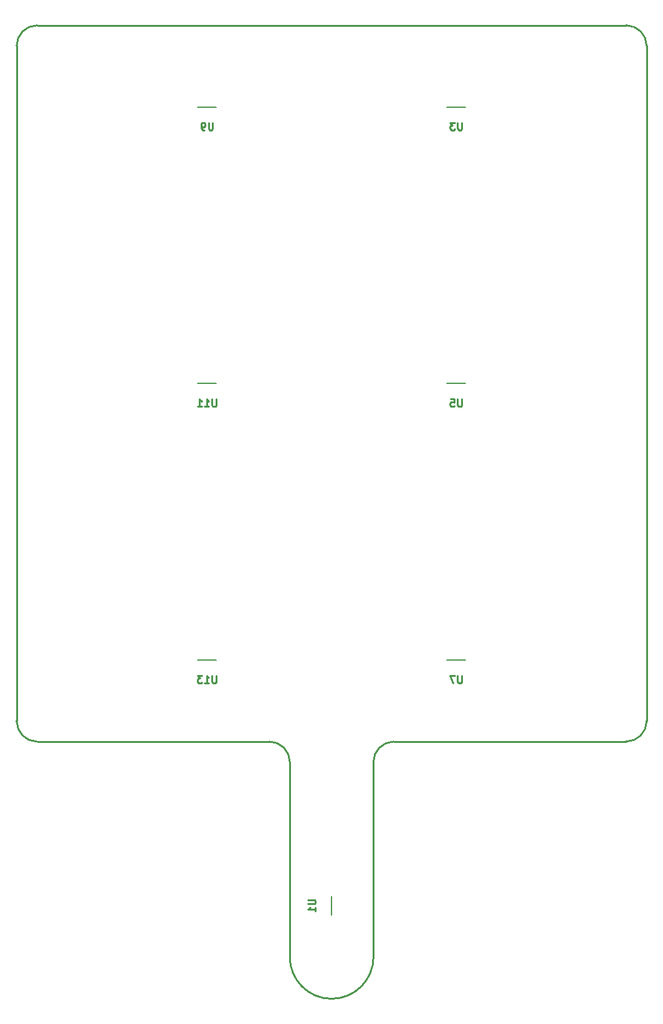
<source format=gbo>
G04 #@! TF.FileFunction,Legend,Bot*
%FSLAX46Y46*%
G04 Gerber Fmt 4.6, Leading zero omitted, Abs format (unit mm)*
G04 Created by KiCad (PCBNEW 0.201505120158+5650~23~ubuntu14.04.1-product) date Mon 18 May 2015 03:52:25 PM EDT*
%MOMM*%
G01*
G04 APERTURE LIST*
%ADD10C,0.100000*%
%ADD11C,0.228600*%
%ADD12C,0.150000*%
%ADD13C,0.254000*%
%ADD14R,1.101040X1.400760*%
%ADD15R,1.400760X1.101040*%
%ADD16C,9.112200*%
%ADD17C,8.528000*%
%ADD18C,3.956000*%
%ADD19C,2.438400*%
G04 APERTURE END LIST*
D10*
D11*
X87914480Y-151958040D02*
G75*
G03X99283520Y-151958040I5684520J0D01*
G01*
X99283520Y-125483620D02*
X99283520Y-151958040D01*
X87917020Y-125483620D02*
X87917020Y-151958040D01*
X102064820Y-122702320D02*
G75*
G03X99283520Y-125483620I0J-2781300D01*
G01*
X87917020Y-125483620D02*
G75*
G03X85135720Y-122702320I-2781300J0D01*
G01*
X102064820Y-122702320D02*
X133619240Y-122702320D01*
X53581300Y-122702320D02*
X85135720Y-122702320D01*
X53581300Y-25400000D02*
G75*
G03X50800000Y-28181300I0J-2781300D01*
G01*
X133619240Y-122702320D02*
G75*
G03X136400540Y-119921020I0J2781300D01*
G01*
X136400540Y-28181300D02*
X136400540Y-119921020D01*
X50800000Y-119921020D02*
G75*
G03X53581300Y-122702320I2781300J0D01*
G01*
X50800000Y-28181300D02*
X50800000Y-119921020D01*
X136400540Y-28181300D02*
G75*
G03X133619240Y-25400000I-2781300J0D01*
G01*
X53581300Y-25400000D02*
X133619240Y-25400000D01*
D12*
X77942400Y-111613000D02*
X75402400Y-111613000D01*
X77942400Y-74051200D02*
X75402400Y-74051200D01*
X77942400Y-36489600D02*
X75402400Y-36489600D01*
X111798000Y-111613000D02*
X109258000Y-111613000D01*
X111798000Y-74051200D02*
X109258000Y-74051200D01*
X111798000Y-36489600D02*
X109258000Y-36489600D01*
X93599000Y-146223000D02*
X93599000Y-143683000D01*
D13*
X77930304Y-113723619D02*
X77930304Y-114546095D01*
X77881923Y-114642857D01*
X77833542Y-114691238D01*
X77736780Y-114739619D01*
X77543257Y-114739619D01*
X77446495Y-114691238D01*
X77398114Y-114642857D01*
X77349733Y-114546095D01*
X77349733Y-113723619D01*
X76333733Y-114739619D02*
X76914304Y-114739619D01*
X76624018Y-114739619D02*
X76624018Y-113723619D01*
X76720780Y-113868762D01*
X76817542Y-113965524D01*
X76914304Y-114013905D01*
X75995066Y-113723619D02*
X75366114Y-113723619D01*
X75704780Y-114110667D01*
X75559638Y-114110667D01*
X75462876Y-114159048D01*
X75414495Y-114207429D01*
X75366114Y-114304190D01*
X75366114Y-114546095D01*
X75414495Y-114642857D01*
X75462876Y-114691238D01*
X75559638Y-114739619D01*
X75849923Y-114739619D01*
X75946685Y-114691238D01*
X75995066Y-114642857D01*
X77930304Y-76161819D02*
X77930304Y-76984295D01*
X77881923Y-77081057D01*
X77833542Y-77129438D01*
X77736780Y-77177819D01*
X77543257Y-77177819D01*
X77446495Y-77129438D01*
X77398114Y-77081057D01*
X77349733Y-76984295D01*
X77349733Y-76161819D01*
X76333733Y-77177819D02*
X76914304Y-77177819D01*
X76624018Y-77177819D02*
X76624018Y-76161819D01*
X76720780Y-76306962D01*
X76817542Y-76403724D01*
X76914304Y-76452105D01*
X75366114Y-77177819D02*
X75946685Y-77177819D01*
X75656399Y-77177819D02*
X75656399Y-76161819D01*
X75753161Y-76306962D01*
X75849923Y-76403724D01*
X75946685Y-76452105D01*
X77446495Y-38600219D02*
X77446495Y-39422695D01*
X77398114Y-39519457D01*
X77349733Y-39567838D01*
X77252971Y-39616219D01*
X77059448Y-39616219D01*
X76962686Y-39567838D01*
X76914305Y-39519457D01*
X76865924Y-39422695D01*
X76865924Y-38600219D01*
X76333733Y-39616219D02*
X76140209Y-39616219D01*
X76043448Y-39567838D01*
X75995067Y-39519457D01*
X75898305Y-39374314D01*
X75849924Y-39180790D01*
X75849924Y-38793743D01*
X75898305Y-38696981D01*
X75946686Y-38648600D01*
X76043448Y-38600219D01*
X76236971Y-38600219D01*
X76333733Y-38648600D01*
X76382114Y-38696981D01*
X76430495Y-38793743D01*
X76430495Y-39035648D01*
X76382114Y-39132410D01*
X76333733Y-39180790D01*
X76236971Y-39229171D01*
X76043448Y-39229171D01*
X75946686Y-39180790D01*
X75898305Y-39132410D01*
X75849924Y-39035648D01*
X111302095Y-113723619D02*
X111302095Y-114546095D01*
X111253714Y-114642857D01*
X111205333Y-114691238D01*
X111108571Y-114739619D01*
X110915048Y-114739619D01*
X110818286Y-114691238D01*
X110769905Y-114642857D01*
X110721524Y-114546095D01*
X110721524Y-113723619D01*
X110334476Y-113723619D02*
X109657143Y-113723619D01*
X110092571Y-114739619D01*
X111302095Y-76161819D02*
X111302095Y-76984295D01*
X111253714Y-77081057D01*
X111205333Y-77129438D01*
X111108571Y-77177819D01*
X110915048Y-77177819D01*
X110818286Y-77129438D01*
X110769905Y-77081057D01*
X110721524Y-76984295D01*
X110721524Y-76161819D01*
X109753905Y-76161819D02*
X110237714Y-76161819D01*
X110286095Y-76645629D01*
X110237714Y-76597248D01*
X110140952Y-76548867D01*
X109899048Y-76548867D01*
X109802286Y-76597248D01*
X109753905Y-76645629D01*
X109705524Y-76742390D01*
X109705524Y-76984295D01*
X109753905Y-77081057D01*
X109802286Y-77129438D01*
X109899048Y-77177819D01*
X110140952Y-77177819D01*
X110237714Y-77129438D01*
X110286095Y-77081057D01*
X111302095Y-38600219D02*
X111302095Y-39422695D01*
X111253714Y-39519457D01*
X111205333Y-39567838D01*
X111108571Y-39616219D01*
X110915048Y-39616219D01*
X110818286Y-39567838D01*
X110769905Y-39519457D01*
X110721524Y-39422695D01*
X110721524Y-38600219D01*
X110334476Y-38600219D02*
X109705524Y-38600219D01*
X110044190Y-38987267D01*
X109899048Y-38987267D01*
X109802286Y-39035648D01*
X109753905Y-39084029D01*
X109705524Y-39180790D01*
X109705524Y-39422695D01*
X109753905Y-39519457D01*
X109802286Y-39567838D01*
X109899048Y-39616219D01*
X110189333Y-39616219D01*
X110286095Y-39567838D01*
X110334476Y-39519457D01*
X90375619Y-144178905D02*
X91198095Y-144178905D01*
X91294857Y-144227286D01*
X91343238Y-144275667D01*
X91391619Y-144372429D01*
X91391619Y-144565952D01*
X91343238Y-144662714D01*
X91294857Y-144711095D01*
X91198095Y-144759476D01*
X90375619Y-144759476D01*
X91391619Y-145775476D02*
X91391619Y-145194905D01*
X91391619Y-145485191D02*
X90375619Y-145485191D01*
X90520762Y-145388429D01*
X90617524Y-145291667D01*
X90665905Y-145194905D01*
%LPC*%
D14*
X77622360Y-112811880D03*
X75722440Y-112811880D03*
X76672400Y-110414120D03*
X77622360Y-75250080D03*
X75722440Y-75250080D03*
X76672400Y-72852320D03*
X77622360Y-37688480D03*
X75722440Y-37688480D03*
X76672400Y-35290720D03*
X111477960Y-112811880D03*
X109578040Y-112811880D03*
X110528000Y-110414120D03*
X111477960Y-75250080D03*
X109578040Y-75250080D03*
X110528000Y-72852320D03*
X111477960Y-37688480D03*
X109578040Y-37688480D03*
X110528000Y-35290720D03*
D15*
X92400120Y-145902960D03*
X92400120Y-144003040D03*
X94797880Y-144953000D03*
D16*
X128816000Y-111613000D03*
X128816000Y-74051200D03*
X128816000Y-36489600D03*
X58384400Y-111613000D03*
X58384400Y-74051200D03*
X58384400Y-36489600D03*
D17*
X69667100Y-36489600D03*
X117533000Y-36489600D03*
X69667100Y-74051200D03*
X117533000Y-74051200D03*
X69667100Y-111613000D03*
X117533000Y-111613000D03*
X93599000Y-151958000D03*
D18*
X120434000Y-119921000D03*
X66763900Y-119921000D03*
X120434000Y-65742800D03*
X66763900Y-65742800D03*
X120434000Y-28181300D03*
X66763900Y-28181300D03*
D19*
X94869000Y-140503000D03*
X92329000Y-140503000D03*
M02*

</source>
